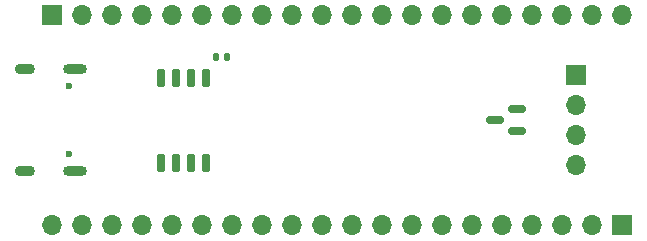
<source format=gbs>
%TF.GenerationSoftware,KiCad,Pcbnew,(6.0.4)*%
%TF.CreationDate,2022-03-28T20:40:59+08:00*%
%TF.ProjectId,PCB_F401CCU6_Dev,5043425f-4634-4303-9143-4355365f4465,v0.9*%
%TF.SameCoordinates,Original*%
%TF.FileFunction,Soldermask,Bot*%
%TF.FilePolarity,Negative*%
%FSLAX46Y46*%
G04 Gerber Fmt 4.6, Leading zero omitted, Abs format (unit mm)*
G04 Created by KiCad (PCBNEW (6.0.4)) date 2022-03-28 20:40:59*
%MOMM*%
%LPD*%
G01*
G04 APERTURE LIST*
G04 Aperture macros list*
%AMRoundRect*
0 Rectangle with rounded corners*
0 $1 Rounding radius*
0 $2 $3 $4 $5 $6 $7 $8 $9 X,Y pos of 4 corners*
0 Add a 4 corners polygon primitive as box body*
4,1,4,$2,$3,$4,$5,$6,$7,$8,$9,$2,$3,0*
0 Add four circle primitives for the rounded corners*
1,1,$1+$1,$2,$3*
1,1,$1+$1,$4,$5*
1,1,$1+$1,$6,$7*
1,1,$1+$1,$8,$9*
0 Add four rect primitives between the rounded corners*
20,1,$1+$1,$2,$3,$4,$5,0*
20,1,$1+$1,$4,$5,$6,$7,0*
20,1,$1+$1,$6,$7,$8,$9,0*
20,1,$1+$1,$8,$9,$2,$3,0*%
G04 Aperture macros list end*
%ADD10R,1.700000X1.700000*%
%ADD11O,1.700000X1.700000*%
%ADD12C,0.600000*%
%ADD13O,2.000000X0.900000*%
%ADD14O,1.700000X0.900000*%
%ADD15RoundRect,0.140000X-0.140000X-0.170000X0.140000X-0.170000X0.140000X0.170000X-0.140000X0.170000X0*%
%ADD16RoundRect,0.150000X0.587500X0.150000X-0.587500X0.150000X-0.587500X-0.150000X0.587500X-0.150000X0*%
%ADD17RoundRect,0.150000X0.150000X-0.650000X0.150000X0.650000X-0.150000X0.650000X-0.150000X-0.650000X0*%
G04 APERTURE END LIST*
D10*
%TO.C,J4*%
X116783000Y-52080000D03*
D11*
X116783000Y-54620000D03*
X116783000Y-57160000D03*
X116783000Y-59700000D03*
%TD*%
D12*
%TO.C,J1*%
X73840000Y-52990000D03*
X73840000Y-58770000D03*
D13*
X74320000Y-60200000D03*
D14*
X70150000Y-60200000D03*
D13*
X74320000Y-51560000D03*
D14*
X70150000Y-51560000D03*
%TD*%
D15*
%TO.C,C13*%
X86261000Y-50546000D03*
X87221000Y-50546000D03*
%TD*%
D10*
%TO.C,J2*%
X72395000Y-46990000D03*
D11*
X74935000Y-46990000D03*
X77475000Y-46990000D03*
X80015000Y-46990000D03*
X82555000Y-46990000D03*
X85095000Y-46990000D03*
X87635000Y-46990000D03*
X90175000Y-46990000D03*
X92715000Y-46990000D03*
X95255000Y-46990000D03*
X97795000Y-46990000D03*
X100335000Y-46990000D03*
X102875000Y-46990000D03*
X105415000Y-46990000D03*
X107955000Y-46990000D03*
X110495000Y-46990000D03*
X113035000Y-46990000D03*
X115575000Y-46990000D03*
X118115000Y-46990000D03*
X120655000Y-46990000D03*
%TD*%
D16*
%TO.C,D2*%
X111808500Y-54930000D03*
X111808500Y-56830000D03*
X109933500Y-55880000D03*
%TD*%
D17*
%TO.C,U3*%
X85471000Y-59480000D03*
X84201000Y-59480000D03*
X82931000Y-59480000D03*
X81661000Y-59480000D03*
X81661000Y-52280000D03*
X82931000Y-52280000D03*
X84201000Y-52280000D03*
X85471000Y-52280000D03*
%TD*%
D10*
%TO.C,J3*%
X120650000Y-64770000D03*
D11*
X118110000Y-64770000D03*
X115570000Y-64770000D03*
X113030000Y-64770000D03*
X110490000Y-64770000D03*
X107950000Y-64770000D03*
X105410000Y-64770000D03*
X102870000Y-64770000D03*
X100330000Y-64770000D03*
X97790000Y-64770000D03*
X95250000Y-64770000D03*
X92710000Y-64770000D03*
X90170000Y-64770000D03*
X87630000Y-64770000D03*
X85090000Y-64770000D03*
X82550000Y-64770000D03*
X80010000Y-64770000D03*
X77470000Y-64770000D03*
X74930000Y-64770000D03*
X72390000Y-64770000D03*
%TD*%
M02*

</source>
